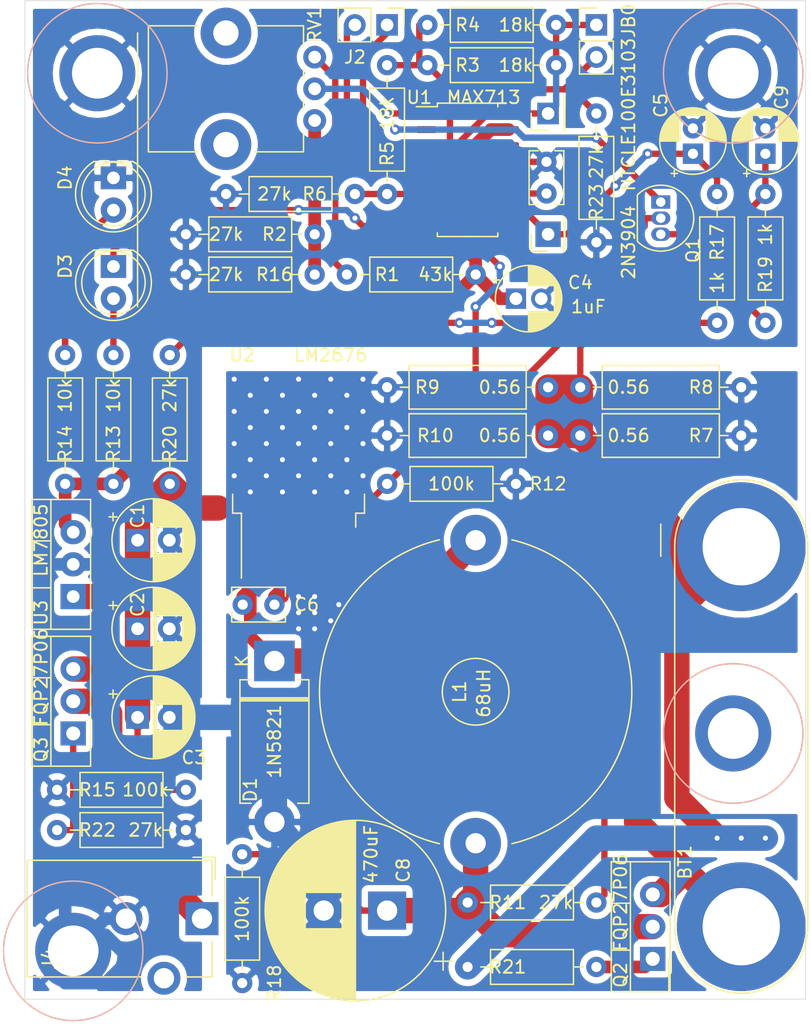
<source format=kicad_pcb>
(kicad_pcb (version 20171130) (host pcbnew "(5.1.5)-3")
  (layers (0 F.Cu signal) (31 B.Cu signal) (34 B.Paste user hide) (35 F.Paste user hide) (36 B.SilkS user hide) (37 F.SilkS user) (38 B.Mask user hide) (39 F.Mask user hide) (44 Edge.Cuts user))
  (net 0 "")
  (net 1 GND)
  (net 2 +5V)
  (net 3 "Net-(C6-Pad2)")
  (net 4 "Net-(C6-Pad1)")
  (net 5 /2V)
  (net 6 "Net-(R1-Pad2)")
  (net 7 /THI)
  (net 8 /TEMP)
  (net 9 /TLO)
  (net 10 /FEEDBACK)
  (net 11 /VCELL)
  (net 12 "Net-(U2-Pad5)")
  (net 13 "Net-(U2-Pad7)")
  (net 14 "Net-(R16-Pad1)")
  (net 15 -BATT)
  (net 16 +BATT)
  (net 17 /DC)
  (net 18 /FB_BATT-)
  (net 19 /CC)
  (net 20 /VBUCK)
  (net 21 GNDD)
  (net 22 /FB_BATT+)
  (net 23 /nFASTCHG)
  (net 24 /FASTCHG_LED)
  (net 25 /PWR_LED)
  (net 26 /PGM0)
  (net 27 /PGM1)
  (net 28 "Net-(NT3-Pad2)")
  (net 29 "Net-(NT2-Pad2)")
  (net 30 "Net-(J7-Pad1)")
  (net 31 "Net-(C9-Pad1)")
  (net 32 "Net-(Q1-Pad2)")
  (net 33 "Net-(J4-Pad1)")
  (net 34 "Net-(Q2-Pad1)")
  (net 35 "Net-(Q3-Pad1)")
  (module Connector:Banana_Jack_1Pin (layer B.Cu) (at 126.365 140.97)
    (fp_text reference J6 hide)
    (fp_text value Pad hide)
    (pad 1 thru_hole circle (at 0 0) (size 6 6) (drill 4) (layers *.Cu *.Mask) (net 1 GND))
  )
  (module Capacitor_THT:C_Rect_L4.0mm_W2.5mm_P2.50mm (layer F.Cu) (at 142.24 113.665 180)
    (fp_text reference C6 (at -2.54 0) (layer F.SilkS))
    (fp_text value 10nF)
    (pad 2 thru_hole circle (at 2.5 0 180) (size 1.6 1.6) (drill 0.8) (layers *.Cu *.Mask) (net 3 "Net-(C6-Pad2)"))
    (pad 1 thru_hole circle (at 0 0 180) (size 1.6 1.6) (drill 0.8) (layers *.Cu *.Mask) (net 4 "Net-(C6-Pad1)"))
  )
  (module NetTie:NetTie-2_SMD_Pad2.0mm (layer B.Cu) (at 137.795 122.555)
    (fp_text reference NT1 hide)
    (fp_text value Net-Tie hide)
    (fp_poly (pts (xy -2 1) (xy 2 1) (xy 2 -1) (xy -2 -1)) (layer B.Cu) (width 0))
    (pad 2 smd circle (at 2 0) (size 2 2) (layers B.Cu) (net 21 GNDD))
    (pad 1 smd circle (at -2 0) (size 2 2) (layers B.Cu) (net 1 GND))
  )
  (module Resistor_THT:R_Axial_DIN0207_L6.3mm_D2.5mm_P10.16mm_Horizontal (layer F.Cu) (at 145.415 84.455 180)
    (fp_text reference R2 (at 3.175 0 180) (layer F.SilkS))
    (fp_text value 27k (at 6.985 0) (layer F.SilkS))
    (pad 1 thru_hole circle (at 0 0 180) (size 1.6 1.6) (drill 0.8) (layers *.Cu *.Mask) (net 14 "Net-(R16-Pad1)"))
    (pad 2 thru_hole oval (at 10.16 0 180) (size 1.6 1.6) (drill 0.8) (layers *.Cu *.Mask) (net 1 GND))
  )
  (module Inductor_THT:L_Radial_D24.4mm_P23.90mm_muRATA_1400series (layer F.Cu) (at 158.115 108.585 270)
    (fp_text reference L1 (at 11.95 1.27 90) (layer F.SilkS))
    (fp_text value 68uH (at 12.065 -0.635 90) (layer F.SilkS))
    (pad 1 thru_hole circle (at 0 0 270) (size 4 4) (drill 1.6) (layers *.Cu *.Mask) (net 3 "Net-(C6-Pad2)"))
    (pad 2 thru_hole circle (at 23.9 0 270) (size 4 4) (drill 1.6) (layers *.Cu *.Mask) (net 20 /VBUCK))
  )
  (module Package_SO:SOIC-16_4.55x10.3mm_P1.27mm (layer F.Cu) (at 157.48 79.375)
    (fp_text reference U1 (at -3.81 -5.715 180) (layer F.SilkS))
    (fp_text value MAX713 (at 1.27 -5.715) (layer F.SilkS))
    (pad 1 smd roundrect (at -3.25 -4.445) (size 1.6 0.55) (layers F.Cu F.Paste F.Mask) (net 11 /VCELL))
    (pad 2 smd roundrect (at -3.25 -3.175) (size 1.6 0.55) (layers F.Cu F.Paste F.Mask) (net 22 /FB_BATT+))
    (pad 3 smd roundrect (at -3.25 -1.905) (size 1.6 0.55) (layers F.Cu F.Paste F.Mask) (net 26 /PGM0))
    (pad 4 smd roundrect (at -3.25 -0.635) (size 1.6 0.55) (layers F.Cu F.Paste F.Mask) (net 27 /PGM1))
    (pad 5 smd roundrect (at -3.25 0.635) (size 1.6 0.55) (layers F.Cu F.Paste F.Mask) (net 7 /THI))
    (pad 6 smd roundrect (at -3.25 1.905) (size 1.6 0.55) (layers F.Cu F.Paste F.Mask) (net 9 /TLO))
    (pad 7 smd roundrect (at -3.25 3.175) (size 1.6 0.55) (layers F.Cu F.Paste F.Mask) (net 8 /TEMP))
    (pad 8 smd roundrect (at -3.25 4.445) (size 1.6 0.55) (layers F.Cu F.Paste F.Mask) (net 23 /nFASTCHG))
    (pad 9 smd roundrect (at 3.25 4.445) (size 1.6 0.55) (layers F.Cu F.Paste F.Mask) (net 18 /FB_BATT-))
    (pad 10 smd roundrect (at 3.25 3.175) (size 1.6 0.55) (layers F.Cu F.Paste F.Mask) (net 18 /FB_BATT-))
    (pad 11 smd roundrect (at 3.25 1.905) (size 1.6 0.55) (layers F.Cu F.Paste F.Mask) (net 19 /CC))
    (pad 12 smd roundrect (at 3.25 0.635) (size 1.6 0.55) (layers F.Cu F.Paste F.Mask) (net 18 /FB_BATT-))
    (pad 13 smd roundrect (at 3.25 -0.635) (size 1.6 0.55) (layers F.Cu F.Paste F.Mask) (net 1 GND))
    (pad 14 smd roundrect (at 3.25 -1.905) (size 1.6 0.55) (layers F.Cu F.Paste F.Mask) (net 10 /FEEDBACK))
    (pad 15 smd roundrect (at 3.25 -3.175) (size 1.6 0.55) (layers F.Cu F.Paste F.Mask) (net 2 +5V))
    (pad 16 smd roundrect (at 3.25 -4.445) (size 1.6 0.55) (layers F.Cu F.Paste F.Mask) (net 5 /2V))
  )
  (module Capacitor_THT:C_Rect_L4.0mm_W2.5mm_P2.50mm (layer F.Cu) (at 163.703 81.24 90)
    (fp_text reference C7 hide)
    (fp_text value 10nF hide)
    (pad 2 thru_hole circle (at 2.5 0 90) (size 1.6 1.6) (drill 0.8) (layers *.Cu *.Mask) (net 1 GND))
    (pad 1 thru_hole circle (at 0 0 90) (size 1.6 1.6) (drill 0.8) (layers *.Cu *.Mask) (net 19 /CC))
  )
  (module Connector:Banana_Jack_2Pin (layer F.Cu) (at 179.07 139.065 90)
    (fp_text reference BT1 (at 5.08 -4.445 90) (layer F.SilkS))
    (fp_text value Battery)
    (pad 2 thru_hole circle (at 29.97 0 90) (size 10.16 10.16) (drill 6.1) (layers *.Cu *.Mask) (net 15 -BATT))
    (pad 1 thru_hole circle (at 0 0 90) (size 10.16 10.16) (drill 6.1) (layers *.Cu *.Mask) (net 16 +BATT))
  )
  (module Package_TO_SOT_THT:TO-220-3_Vertical (layer F.Cu) (at 126.365 113.03 90)
    (fp_text reference U3 (at -1.27 -2.54 90) (layer F.SilkS))
    (fp_text value LM7805 (at 4.445 -2.54 90) (layer F.SilkS))
    (pad 1 thru_hole rect (at 0 0 90) (size 2 2) (drill 1) (layers *.Cu *.Mask) (net 17 /DC))
    (pad 2 thru_hole oval (at 2.54 0 90) (size 1.905 2) (drill 1) (layers *.Cu *.Mask) (net 1 GND))
    (pad 3 thru_hole oval (at 5.08 0 90) (size 1.905 2) (drill 1) (layers *.Cu *.Mask) (net 2 +5V))
  )
  (module Connector_BarrelJack:BarrelJack_CUI_PJ-102AH_Horizontal (layer F.Cu) (at 136.525 138.43 270)
    (fp_text reference J4 (at 3.175 12.065 90) (layer F.SilkS))
    (fp_text value Barrel_Jack)
    (pad 1 thru_hole rect (at 0 0 270) (size 2.6 2.6) (drill 1.6) (layers *.Cu *.Mask) (net 33 "Net-(J4-Pad1)"))
    (pad 2 thru_hole circle (at 0 6 270) (size 2.6 2.6) (drill 1.6) (layers *.Cu *.Mask) (net 1 GND))
    (pad 3 thru_hole circle (at 4.7 3 270) (size 2.6 2.6) (drill 1.6) (layers *.Cu *.Mask))
  )
  (module Capacitor_THT:CP_Radial_D6.3mm_P2.50mm (layer F.Cu) (at 131.445 108.585)
    (fp_text reference C1 (at 0 -1.905 270) (layer F.SilkS))
    (fp_text value 10uF)
    (pad 1 thru_hole rect (at 0 0) (size 1.8 1.8) (drill 1) (layers *.Cu *.Mask) (net 17 /DC))
    (pad 2 thru_hole circle (at 2.5 0) (size 1.8 1.8) (drill 1) (layers *.Cu *.Mask) (net 1 GND))
  )
  (module Capacitor_THT:CP_Radial_D6.3mm_P2.50mm (layer F.Cu) (at 131.445 115.57)
    (fp_text reference C2 (at 0 -1.905 90) (layer F.SilkS))
    (fp_text value 10uF hide)
    (pad 2 thru_hole circle (at 2.5 0) (size 1.8 1.8) (drill 1) (layers *.Cu *.Mask) (net 1 GND))
    (pad 1 thru_hole rect (at 0 0) (size 1.8 1.8) (drill 1) (layers *.Cu *.Mask) (net 17 /DC))
  )
  (module Capacitor_THT:CP_Radial_D6.3mm_P2.50mm (layer F.Cu) (at 131.445 122.555)
    (fp_text reference C3 (at 4.445 3.175 180) (layer F.SilkS))
    (fp_text value 10uF)
    (pad 1 thru_hole rect (at 0 0) (size 1.8 1.8) (drill 1) (layers *.Cu *.Mask) (net 17 /DC))
    (pad 2 thru_hole circle (at 2.5 0) (size 1.8 1.8) (drill 1) (layers *.Cu *.Mask) (net 1 GND))
  )
  (module Capacitor_THT:CP_Radial_D5.0mm_P2.00mm (layer F.Cu) (at 161.29 89.535)
    (fp_text reference C4 (at 5.08 -1.27 180) (layer F.SilkS))
    (fp_text value 1uF (at 5.715 0.635 180) (layer F.SilkS))
    (pad 1 thru_hole rect (at 0 0) (size 1.6 1.6) (drill 1) (layers *.Cu *.Mask) (net 2 +5V))
    (pad 2 thru_hole circle (at 2 0) (size 1.6 1.6) (drill 1) (layers *.Cu *.Mask) (net 1 GND))
  )
  (module Capacitor_THT:CP_Radial_D14.0mm_P5.00mm (layer F.Cu) (at 151.13 137.795 180)
    (fp_text reference C8 (at -1.27 3.175 90) (layer F.SilkS))
    (fp_text value 470uF (at 1.27 4.445 90) (layer F.SilkS))
    (pad 1 thru_hole rect (at 0 0 180) (size 3 3) (drill 1.6) (layers *.Cu *.Mask) (net 20 /VBUCK))
    (pad 2 thru_hole circle (at 5 0 180) (size 3 3) (drill 1.6) (layers *.Cu *.Mask) (net 21 GNDD))
  )
  (module Diode_THT:D_DO-201AD_P12.70mm_Horizontal (layer F.Cu) (at 142.24 118.11 270)
    (fp_text reference D1 (at 10.16 1.905 90) (layer F.SilkS))
    (fp_text value 1N5821 (at 6.35 0 90) (layer F.SilkS))
    (fp_text user K (at 0 2.54 90) (layer F.SilkS))
    (pad 2 thru_hole oval (at 12.7 0 270) (size 3.2 3.2) (drill 1.6) (layers *.Cu *.Mask) (net 21 GNDD))
    (pad 1 thru_hole rect (at 0 0 270) (size 3.2 3.2) (drill 1.6) (layers *.Cu *.Mask) (net 3 "Net-(C6-Pad2)"))
  )
  (module LED_THT:LED_D5.0mm (layer F.Cu) (at 129.54 86.995 270)
    (fp_text reference D3 (at 0 3.81 90) (layer F.SilkS))
    (fp_text value LED)
    (pad 1 thru_hole rect (at 0 0 270) (size 1.8 2) (drill 1) (layers *.Cu *.Mask) (net 23 /nFASTCHG))
    (pad 2 thru_hole circle (at 2.54 0 270) (size 2 2) (drill 1) (layers *.Cu *.Mask) (net 24 /FASTCHG_LED))
  )
  (module LED_THT:LED_D5.0mm (layer F.Cu) (at 129.54 80.01 270)
    (fp_text reference D4 (at 0 3.81 90) (layer F.SilkS))
    (fp_text value LED)
    (pad 2 thru_hole circle (at 2.54 0 270) (size 2 2) (drill 1) (layers *.Cu *.Mask) (net 25 /PWR_LED))
    (pad 1 thru_hole rect (at 0 0 270) (size 1.8 2) (drill 1) (layers *.Cu *.Mask) (net 1 GND))
  )
  (module Connector_PinHeader_2.54mm:PinHeader_1x01_P2.54mm_Vertical (layer F.Cu) (at 163.83 74.93 90)
    (fp_text reference J1 hide)
    (fp_text value REF_OUT hide)
    (pad 1 thru_hole rect (at 0 0 90) (size 1.7 1.7) (drill 1) (layers *.Cu *.Mask) (net 5 /2V))
  )
  (module Connector_PinHeader_2.54mm:PinHeader_1x02_P2.54mm_Vertical (layer F.Cu) (at 151.13 67.945 270)
    (fp_text reference J2 (at 2.54 2.54) (layer F.SilkS))
    (fp_text value NCELL)
    (pad 1 thru_hole rect (at 0 0 270) (size 1.7 1.7) (drill 1) (layers *.Cu *.Mask) (net 26 /PGM0))
    (pad 2 thru_hole oval (at 0 2.54 270) (size 1.7 1.7) (drill 1) (layers *.Cu *.Mask) (net 27 /PGM1))
  )
  (module Connector_PinHeader_2.54mm:PinHeader_1x01_P2.54mm_Vertical (layer F.Cu) (at 163.83 84.455 90)
    (fp_text reference J3 hide)
    (fp_text value BATN_OUT hide)
    (pad 1 thru_hole rect (at 0 0 90) (size 2 2) (drill 1) (layers *.Cu *.Mask) (net 18 /FB_BATT-))
  )
  (module Package_TO_SOT_SMD:TO-263-7_TabPin8 (layer F.Cu) (at 144.145 103.505 90)
    (fp_text reference U2 (at 9.525 -4.445 180) (layer F.SilkS))
    (fp_text value LM2676 (at 9.525 2.54 180) (layer F.SilkS))
    (pad 1 smd rect (at -5.775 -3.81 90) (size 4.6 0.8) (layers F.Cu F.Paste F.Mask) (net 3 "Net-(C6-Pad2)"))
    (pad 2 smd rect (at -5.775 -2.54 90) (size 4.6 0.8) (layers F.Cu F.Paste F.Mask) (net 17 /DC))
    (pad 3 smd rect (at -5.775 -1.27 90) (size 4.6 0.8) (layers F.Cu F.Paste F.Mask) (net 4 "Net-(C6-Pad1)"))
    (pad 4 smd rect (at -5.775 0 90) (size 4.6 0.8) (layers F.Cu F.Paste F.Mask) (net 21 GNDD))
    (pad 5 smd rect (at -5.775 1.27 90) (size 4.6 0.8) (layers F.Cu F.Paste F.Mask) (net 12 "Net-(U2-Pad5)"))
    (pad 6 smd rect (at -5.775 2.54 90) (size 4.6 0.8) (layers F.Cu F.Paste F.Mask) (net 10 /FEEDBACK))
    (pad 7 smd rect (at -5.775 3.81 90) (size 4.6 0.8) (layers F.Cu F.Paste F.Mask) (net 13 "Net-(U2-Pad7)"))
    (pad 8 smd rect (at 3.375 0 90) (size 9.4 10.8) (layers F.Cu F.Mask) (net 21 GNDD))
  )
  (module Potentiometer_THT:Potentiometer_Bourns_PTV09A-1_Single_Vertical (layer F.Cu) (at 145.415 70.485 180)
    (fp_text reference RV1 (at 0 2.54 270) (layer F.SilkS))
    (fp_text value 10k)
    (pad 3 thru_hole circle (at 0 -5 180) (size 1.8 1.8) (drill 1) (layers *.Cu *.Mask) (net 14 "Net-(R16-Pad1)"))
    (pad 2 thru_hole circle (at 0 -2.5 180) (size 1.8 1.8) (drill 1) (layers *.Cu *.Mask) (net 11 /VCELL))
    (pad 1 thru_hole circle (at 0 0 180) (size 1.8 1.8) (drill 1) (layers *.Cu *.Mask) (net 6 "Net-(R1-Pad2)"))
    (pad "" thru_hole circle (at 7 -6.9 180) (size 4 4) (drill 2) (layers *.Cu *.Mask))
    (pad "" thru_hole circle (at 7 1.9 180) (size 4 4) (drill 2) (layers *.Cu *.Mask))
  )
  (module Connector:Banana_Jack_1Pin (layer B.Cu) (at 128.27 71.755)
    (fp_text reference J5 hide)
    (fp_text value Pad hide)
    (pad 1 thru_hole circle (at 0 0) (size 6 6) (drill 4) (layers *.Cu *.Mask) (net 1 GND))
  )
  (module Connector:Banana_Jack_1Pin (layer B.Cu) (at 178.435 123.825)
    (fp_text reference J7 hide)
    (fp_text value Pad hide)
    (pad 1 thru_hole circle (at 0 0) (size 6 6) (drill 4) (layers *.Cu *.Mask) (net 30 "Net-(J7-Pad1)"))
  )
  (module Resistor_THT:R_Axial_DIN0207_L6.3mm_D2.5mm_P10.16mm_Horizontal (layer F.Cu) (at 158.115 87.63 180)
    (fp_text reference R1 (at 6.985 0 180) (layer F.SilkS))
    (fp_text value 43k (at 3.175 0) (layer F.SilkS))
    (pad 2 thru_hole oval (at 10.16 0 180) (size 1.6 1.6) (drill 0.8) (layers *.Cu *.Mask) (net 6 "Net-(R1-Pad2)"))
    (pad 1 thru_hole circle (at 0 0 180) (size 1.6 1.6) (drill 0.8) (layers *.Cu *.Mask) (net 2 +5V))
  )
  (module Resistor_THT:R_Axial_DIN0207_L6.3mm_D2.5mm_P10.16mm_Horizontal (layer F.Cu) (at 164.465 71.12 180)
    (fp_text reference R3 (at 6.985 0) (layer F.SilkS))
    (fp_text value 18k (at 3.175 0) (layer F.SilkS))
    (pad 1 thru_hole circle (at 0 0 180) (size 1.6 1.6) (drill 0.8) (layers *.Cu *.Mask) (net 5 /2V))
    (pad 2 thru_hole oval (at 10.16 0 180) (size 1.6 1.6) (drill 0.8) (layers *.Cu *.Mask) (net 7 /THI))
  )
  (module Resistor_THT:R_Axial_DIN0207_L6.3mm_D2.5mm_P10.16mm_Horizontal (layer F.Cu) (at 154.305 67.945)
    (fp_text reference R4 (at 3.175 0) (layer F.SilkS))
    (fp_text value 18k (at 6.985 0) (layer F.SilkS))
    (pad 2 thru_hole oval (at 10.16 0) (size 1.6 1.6) (drill 0.8) (layers *.Cu *.Mask) (net 5 /2V))
    (pad 1 thru_hole circle (at 0 0) (size 1.6 1.6) (drill 0.8) (layers *.Cu *.Mask) (net 7 /THI))
  )
  (module Resistor_THT:R_Axial_DIN0207_L6.3mm_D2.5mm_P10.16mm_Horizontal (layer F.Cu) (at 151.13 81.28 90)
    (fp_text reference R5 (at 3.175 0 90) (layer F.SilkS))
    (fp_text value 18k (at 6.35 0 90) (layer F.SilkS))
    (pad 1 thru_hole circle (at 0 0 90) (size 1.6 1.6) (drill 0.8) (layers *.Cu *.Mask) (net 9 /TLO))
    (pad 2 thru_hole oval (at 10.16 0 90) (size 1.6 1.6) (drill 0.8) (layers *.Cu *.Mask) (net 7 /THI))
  )
  (module Resistor_THT:R_Axial_DIN0207_L6.3mm_D2.5mm_P10.16mm_Horizontal (layer F.Cu) (at 148.59 81.28 180)
    (fp_text reference R6 (at 3.175 0) (layer F.SilkS))
    (fp_text value 27k (at 6.35 0) (layer F.SilkS))
    (pad 2 thru_hole oval (at 10.16 0 180) (size 1.6 1.6) (drill 0.8) (layers *.Cu *.Mask) (net 1 GND))
    (pad 1 thru_hole circle (at 0 0 180) (size 1.6 1.6) (drill 0.8) (layers *.Cu *.Mask) (net 9 /TLO))
  )
  (module Resistor_THT:R_Axial_DIN0309_L9.0mm_D3.2mm_P12.70mm_Horizontal (layer F.Cu) (at 166.37 100.33)
    (fp_text reference R7 (at 9.525 0) (layer F.SilkS))
    (fp_text value 0.56 (at 3.81 0) (layer F.SilkS))
    (pad 1 thru_hole circle (at 0 0) (size 1.6 1.6) (drill 0.8) (layers *.Cu *.Mask) (net 15 -BATT))
    (pad 2 thru_hole oval (at 12.7 0) (size 1.6 1.6) (drill 0.8) (layers *.Cu *.Mask) (net 21 GNDD))
  )
  (module Resistor_THT:R_Axial_DIN0309_L9.0mm_D3.2mm_P12.70mm_Horizontal (layer F.Cu) (at 166.37 96.52)
    (fp_text reference R8 (at 9.525 0) (layer F.SilkS))
    (fp_text value 0.56 (at 3.81 0) (layer F.SilkS))
    (pad 2 thru_hole oval (at 12.7 0) (size 1.6 1.6) (drill 0.8) (layers *.Cu *.Mask) (net 21 GNDD))
    (pad 1 thru_hole circle (at 0 0) (size 1.6 1.6) (drill 0.8) (layers *.Cu *.Mask) (net 15 -BATT))
  )
  (module Resistor_THT:R_Axial_DIN0309_L9.0mm_D3.2mm_P12.70mm_Horizontal (layer F.Cu) (at 163.83 96.52 180)
    (fp_text reference R9 (at 9.525 0) (layer F.SilkS))
    (fp_text value 0.56 (at 3.81 0) (layer F.SilkS))
    (pad 1 thru_hole circle (at 0 0 180) (size 1.6 1.6) (drill 0.8) (layers *.Cu *.Mask) (net 15 -BATT))
    (pad 2 thru_hole oval (at 12.7 0 180) (size 1.6 1.6) (drill 0.8) (layers *.Cu *.Mask) (net 21 GNDD))
  )
  (module Resistor_THT:R_Axial_DIN0309_L9.0mm_D3.2mm_P12.70mm_Horizontal (layer F.Cu) (at 163.83 100.33 180)
    (fp_text reference R10 (at 8.89 0) (layer F.SilkS))
    (fp_text value 0.56 (at 3.81 0) (layer F.SilkS))
    (pad 2 thru_hole oval (at 12.7 0 180) (size 1.6 1.6) (drill 0.8) (layers *.Cu *.Mask) (net 21 GNDD))
    (pad 1 thru_hole circle (at 0 0 180) (size 1.6 1.6) (drill 0.8) (layers *.Cu *.Mask) (net 15 -BATT))
  )
  (module Resistor_THT:R_Axial_DIN0207_L6.3mm_D2.5mm_P10.16mm_Horizontal (layer F.Cu) (at 167.64 137.16 180)
    (fp_text reference R11 (at 6.985 0) (layer F.SilkS))
    (fp_text value 27k (at 3.175 0) (layer F.SilkS))
    (pad 2 thru_hole oval (at 10.16 0 180) (size 1.6 1.6) (drill 0.8) (layers *.Cu *.Mask) (net 20 /VBUCK))
    (pad 1 thru_hole circle (at 0 0 180) (size 1.6 1.6) (drill 0.8) (layers *.Cu *.Mask) (net 10 /FEEDBACK))
  )
  (module Resistor_THT:R_Axial_DIN0207_L6.3mm_D2.5mm_P10.16mm_Horizontal (layer F.Cu) (at 151.13 104.14)
    (fp_text reference R12 (at 12.7 0) (layer F.SilkS))
    (fp_text value 100k (at 5.08 0) (layer F.SilkS))
    (pad 1 thru_hole circle (at 0 0) (size 1.6 1.6) (drill 0.8) (layers *.Cu *.Mask) (net 10 /FEEDBACK))
    (pad 2 thru_hole oval (at 10.16 0) (size 1.6 1.6) (drill 0.8) (layers *.Cu *.Mask) (net 21 GNDD))
  )
  (module Resistor_THT:R_Axial_DIN0207_L6.3mm_D2.5mm_P10.16mm_Horizontal (layer F.Cu) (at 129.54 93.98 270)
    (fp_text reference R13 (at 6.985 0 90) (layer F.SilkS))
    (fp_text value 10k (at 3.175 0 90) (layer F.SilkS))
    (pad 1 thru_hole circle (at 0 0 270) (size 1.6 1.6) (drill 0.8) (layers *.Cu *.Mask) (net 24 /FASTCHG_LED))
    (pad 2 thru_hole oval (at 10.16 0 270) (size 1.6 1.6) (drill 0.8) (layers *.Cu *.Mask) (net 2 +5V))
  )
  (module Resistor_THT:R_Axial_DIN0207_L6.3mm_D2.5mm_P10.16mm_Horizontal (layer F.Cu) (at 125.73 93.98 270)
    (fp_text reference R14 (at 6.985 0 90) (layer F.SilkS))
    (fp_text value 10k (at 3.175 0 90) (layer F.SilkS))
    (pad 2 thru_hole oval (at 10.16 0 270) (size 1.6 1.6) (drill 0.8) (layers *.Cu *.Mask) (net 2 +5V))
    (pad 1 thru_hole circle (at 0 0 270) (size 1.6 1.6) (drill 0.8) (layers *.Cu *.Mask) (net 25 /PWR_LED))
  )
  (module Capacitor_THT:CP_Radial_D5.0mm_P2.00mm (layer F.Cu) (at 175.26 78.105 90)
    (fp_text reference C5 (at 3.81 -2.54 90) (layer F.SilkS))
    (fp_text value 1uF)
    (pad 1 thru_hole rect (at 0 0 90) (size 1.6 1.6) (drill 0.8) (layers *.Cu *.Mask) (net 18 /FB_BATT-))
    (pad 2 thru_hole circle (at 2 0 90) (size 1.6 1.6) (drill 0.8) (layers *.Cu *.Mask) (net 1 GND))
  )
  (module Resistor_THT:R_Axial_DIN0207_L6.3mm_D2.5mm_P10.16mm_Horizontal (layer F.Cu) (at 125.095 128.27)
    (fp_text reference R15 (at 3.175 0 180) (layer F.SilkS))
    (fp_text value 100k (at 6.985 0) (layer F.SilkS))
    (pad 2 thru_hole oval (at 10.16 0) (size 1.6 1.6) (drill 0.8) (layers *.Cu *.Mask) (net 17 /DC))
    (pad 1 thru_hole circle (at 0 0) (size 1.6 1.6) (drill 0.8) (layers *.Cu *.Mask) (net 1 GND))
  )
  (module Resistor_THT:R_Axial_DIN0207_L6.3mm_D2.5mm_P10.16mm_Horizontal (layer F.Cu) (at 145.415 87.63 180)
    (fp_text reference R16 (at 3.175 0) (layer F.SilkS))
    (fp_text value 27k (at 6.985 0) (layer F.SilkS))
    (pad 1 thru_hole circle (at 0 0 180) (size 1.6 1.6) (drill 0.8) (layers *.Cu *.Mask) (net 14 "Net-(R16-Pad1)"))
    (pad 2 thru_hole oval (at 10.16 0 180) (size 1.6 1.6) (drill 0.8) (layers *.Cu *.Mask) (net 1 GND))
  )
  (module Resistor_THT:R_Axial_DIN0207_L6.3mm_D2.5mm_P10.16mm_Horizontal (layer F.Cu) (at 177.165 81.28 270)
    (fp_text reference R17 (at 3.81 0 90) (layer F.SilkS))
    (fp_text value 1k (at 6.985 0 90) (layer F.SilkS))
    (pad 2 thru_hole oval (at 10.16 0 270) (size 1.6 1.6) (drill 0.8) (layers *.Cu *.Mask) (net 28 "Net-(NT3-Pad2)"))
    (pad 1 thru_hole circle (at 0 0 270) (size 1.6 1.6) (drill 0.8) (layers *.Cu *.Mask) (net 18 /FB_BATT-))
  )
  (module Resistor_THT:R_Axial_DIN0207_L6.3mm_D2.5mm_P10.16mm_Horizontal (layer F.Cu) (at 139.7 143.51 90)
    (fp_text reference R18 (at 0 2.54 90) (layer F.SilkS))
    (fp_text value 100k (at 5.08 0 90) (layer F.SilkS))
    (pad 1 thru_hole circle (at 0 0 90) (size 1.6 1.6) (drill 0.8) (layers *.Cu *.Mask) (net 21 GNDD))
    (pad 2 thru_hole oval (at 10.16 0 90) (size 1.6 1.6) (drill 0.8) (layers *.Cu *.Mask) (net 20 /VBUCK))
  )
  (module Capacitor_THT:CP_Radial_D5.0mm_P2.00mm (layer F.Cu) (at 180.975 78.105 90)
    (fp_text reference C9 (at 4.445 1.27 90) (layer F.SilkS))
    (fp_text value 1uF)
    (pad 1 thru_hole rect (at 0 0 90) (size 1.6 1.6) (drill 0.8) (layers *.Cu *.Mask) (net 31 "Net-(C9-Pad1)"))
    (pad 2 thru_hole circle (at 2 0 90) (size 1.6 1.6) (drill 0.8) (layers *.Cu *.Mask) (net 1 GND))
  )
  (module Connector:Banana_Jack_1Pin (layer B.Cu) (at 178.435 71.755)
    (fp_text reference J8 (at 0 0) (layer B.SilkS) (effects (justify mirror)))
    (fp_text value Pad)
    (pad 1 thru_hole circle (at 0 0) (size 6 6) (drill 4) (layers *.Cu *.Mask) (net 1 GND))
  )
  (module Resistor_THT:R_Axial_DIN0207_L6.3mm_D2.5mm_P10.16mm_Horizontal (layer F.Cu) (at 180.975 81.28 270)
    (fp_text reference R19 (at 6.35 0 270) (layer F.SilkS))
    (fp_text value 1k (at 3.175 0 90) (layer F.SilkS))
    (pad 1 thru_hole circle (at 0 0 270) (size 1.6 1.6) (drill 0.8) (layers *.Cu *.Mask) (net 31 "Net-(C9-Pad1)"))
    (pad 2 thru_hole oval (at 10.16 0 270) (size 1.6 1.6) (drill 0.8) (layers *.Cu *.Mask) (net 29 "Net-(NT2-Pad2)"))
  )
  (module NetTie:NetTie-2_SMD_Pad0.5mm (layer F.Cu) (at 164.465 103.505 90)
    (fp_text reference NT2 hide)
    (fp_text value Net-Tie hide)
    (fp_poly (pts (xy -0.5 -0.25) (xy 0.5 -0.25) (xy 0.5 0.25) (xy -0.5 0.25)) (layer F.Cu) (width 0))
    (pad 2 smd circle (at 0.5 0 90) (size 0.5 0.5) (layers F.Cu) (net 29 "Net-(NT2-Pad2)"))
    (pad 1 smd circle (at -0.5 0 90) (size 0.5 0.5) (layers F.Cu) (net 16 +BATT))
  )
  (module NetTie:NetTie-2_SMD_Pad0.5mm (layer F.Cu) (at 166.37 95.25 90)
    (fp_text reference NT3 hide)
    (fp_text value Net-Tie hide)
    (fp_poly (pts (xy -0.5 -0.25) (xy 0.5 -0.25) (xy 0.5 0.25) (xy -0.5 0.25)) (layer F.Cu) (width 0))
    (pad 1 smd circle (at -0.5 0 90) (size 0.5 0.5) (layers F.Cu) (net 15 -BATT))
    (pad 2 smd circle (at 0.5 0 90) (size 0.5 0.5) (layers F.Cu) (net 28 "Net-(NT3-Pad2)"))
  )
  (module Package_TO_SOT_THT:TO-92_Inline (layer F.Cu) (at 172.72 81.915 270)
    (fp_text reference Q1 (at 3.81 -2.54 90) (layer F.SilkS))
    (fp_text value 2N3904 (at 3.175 2.54 90) (layer F.SilkS))
    (pad 2 thru_hole oval (at 1.27 0 270) (size 1.05 1.5) (drill 0.75) (layers *.Cu *.Mask) (net 32 "Net-(Q1-Pad2)"))
    (pad 3 thru_hole oval (at 2.54 0 270) (size 1.05 1.5) (drill 0.75) (layers *.Cu *.Mask) (net 31 "Net-(C9-Pad1)"))
    (pad 1 thru_hole rect (at 0 0 270) (size 1.05 1.5) (drill 0.75) (layers *.Cu *.Mask) (net 22 /FB_BATT+))
  )
  (module Resistor_THT:R_Axial_DIN0207_L6.3mm_D2.5mm_P10.16mm_Horizontal (layer F.Cu) (at 133.985 93.98 270)
    (fp_text reference R20 (at 6.985 0 90) (layer F.SilkS))
    (fp_text value 27k (at 3.175 0 90) (layer F.SilkS))
    (pad 1 thru_hole circle (at 0 0 270) (size 1.6 1.6) (drill 0.8) (layers *.Cu *.Mask) (net 32 "Net-(Q1-Pad2)"))
    (pad 2 thru_hole oval (at 10.16 0 270) (size 1.6 1.6) (drill 0.8) (layers *.Cu *.Mask) (net 17 /DC))
  )
  (module Package_TO_SOT_THT:TO-220-3_Vertical (layer F.Cu) (at 172.085 141.605 90)
    (fp_text reference Q2 (at -1.27 -2.54 90) (layer F.SilkS))
    (fp_text value FQP27P06 (at 4.445 -2.54 90) (layer F.SilkS))
    (pad 3 thru_hole oval (at 5.08 0 90) (size 1.905 2) (drill 1.1) (layers *.Cu *.Mask) (net 16 +BATT))
    (pad 2 thru_hole oval (at 2.54 0 90) (size 1.905 2) (drill 1.1) (layers *.Cu *.Mask) (net 20 /VBUCK))
    (pad 1 thru_hole rect (at 0 0 90) (size 1.905 2) (drill 1.1) (layers *.Cu *.Mask) (net 34 "Net-(Q2-Pad1)"))
  )
  (module Package_TO_SOT_THT:TO-220-3_Vertical (layer F.Cu) (at 126.365 123.825 90)
    (fp_text reference Q3 (at -1.27 -2.54 90) (layer F.SilkS))
    (fp_text value FQP27P06 (at 4.445 -2.54 90) (layer F.SilkS))
    (pad 1 thru_hole rect (at 0 0 90) (size 1.905 2) (drill 1.1) (layers *.Cu *.Mask) (net 35 "Net-(Q3-Pad1)"))
    (pad 2 thru_hole oval (at 2.54 0 90) (size 1.905 2) (drill 1.1) (layers *.Cu *.Mask) (net 33 "Net-(J4-Pad1)"))
    (pad 3 thru_hole oval (at 5.08 0 90) (size 1.905 2) (drill 1.1) (layers *.Cu *.Mask) (net 17 /DC))
  )
  (module Resistor_THT:R_Axial_DIN0207_L6.3mm_D2.5mm_P10.16mm_Horizontal (layer F.Cu) (at 157.48 142.24)
    (fp_text reference R21 (at 3.175 0) (layer F.SilkS))
    (fp_text value 27k)
    (pad 1 thru_hole circle (at 0 0) (size 1.6 1.6) (drill 0.8) (layers *.Cu *.Mask) (net 15 -BATT))
    (pad 2 thru_hole oval (at 10.16 0) (size 1.6 1.6) (drill 0.8) (layers *.Cu *.Mask) (net 34 "Net-(Q2-Pad1)"))
  )
  (module Resistor_THT:R_Axial_DIN0207_L6.3mm_D2.5mm_P10.16mm_Horizontal (layer F.Cu) (at 135.255 131.445 180)
    (fp_text reference R22 (at 6.985 0 180) (layer F.SilkS))
    (fp_text value 27k (at 3.175 0 180) (layer F.SilkS))
    (pad 2 thru_hole oval (at 10.16 0 180) (size 1.6 1.6) (drill 0.8) (layers *.Cu *.Mask) (net 35 "Net-(Q3-Pad1)"))
    (pad 1 thru_hole circle (at 0 0 180) (size 1.6 1.6) (drill 0.8) (layers *.Cu *.Mask) (net 1 GND))
  )
  (module Resistor_THT:R_Axial_DIN0207_L6.3mm_D2.5mm_P10.16mm_Horizontal (layer F.Cu) (at 167.64 74.93 270)
    (fp_text reference R23 (at 6.985 0 90) (layer F.SilkS))
    (fp_text value 27k (at 3.81 0 90) (layer F.SilkS))
    (pad 1 thru_hole circle (at 0 0 270) (size 1.6 1.6) (drill 0.8) (layers *.Cu *.Mask) (net 8 /TEMP))
    (pad 2 thru_hole oval (at 10.16 0 270) (size 1.6 1.6) (drill 0.8) (layers *.Cu *.Mask) (net 1 GND))
  )
  (module Connector_PinHeader_2.54mm:PinHeader_1x02_P2.54mm_Vertical (layer F.Cu) (at 167.64 67.945)
    (fp_text reference TH1 hide)
    (fp_text value NTCLE100E3103JB0 (at 2.54 5.715 90) (layer F.SilkS))
    (pad 1 thru_hole rect (at 0 0) (size 1.7 1.7) (drill 1) (layers *.Cu *.Mask) (net 5 /2V))
    (pad 2 thru_hole oval (at 0 2.54) (size 1.7 1.7) (drill 1) (layers *.Cu *.Mask) (net 8 /TEMP))
  )
  (gr_line (start 131.445 90.17) (end 131.445 68.58) (layer F.SilkS) (width 0.12))
  (gr_line (start 172.72 107.315) (end 172.72 109.855) (layer F.SilkS) (width 0.12))
  (gr_line (start 173.355 141.605) (end 173.355 144.145) (layer F.SilkS) (width 0.12))
  (gr_line (start 122.555 144.78) (end 122.555 144.145) (layer Edge.Cuts) (width 0.05))
  (gr_line (start 184.15 144.78) (end 122.555 144.78) (layer Edge.Cuts) (width 0.05))
  (gr_line (start 184.15 144.145) (end 184.15 144.78) (layer Edge.Cuts) (width 0.05))
  (gr_line (start 122.555 66.04) (end 122.555 144.145) (layer Edge.Cuts) (width 0.05))
  (gr_line (start 184.15 66.04) (end 122.555 66.04) (layer Edge.Cuts) (width 0.05))
  (gr_line (start 184.15 144.145) (end 184.15 66.04) (layer Edge.Cuts) (width 0.05))
  (segment (start 163.275 78.74) (end 163.83 78.185) (width 0.5) (layer F.Cu) (net 1))
  (segment (start 160.73 78.74) (end 163.275 78.74) (width 0.5) (layer F.Cu) (net 1))
  (segment (start 133.945 122.555) (end 134.525 122.555) (width 1) (layer B.Cu) (net 1))
  (segment (start 128.905 139.7) (end 130.81 141.605) (width 1) (layer B.Cu) (net 1))
  (segment (start 125.73 139.7) (end 128.905 139.7) (width 1) (layer B.Cu) (net 1))
  (segment (start 128.905 143.51) (end 130.81 141.605) (width 1) (layer B.Cu) (net 1))
  (segment (start 125.73 143.51) (end 128.905 143.51) (width 1) (layer B.Cu) (net 1))
  (segment (start 133.945 122.555) (end 135.795 122.555) (width 1) (layer B.Cu) (net 1))
  (segment (start 133.945 115.57) (end 133.945 122.555) (width 1) (layer B.Cu) (net 1))
  (segment (start 133.945 128.025) (end 130.525 131.445) (width 1) (layer B.Cu) (net 1))
  (segment (start 125.73 136.24) (end 130.525 131.445) (width 1) (layer B.Cu) (net 1))
  (segment (start 125.73 139.7) (end 125.73 136.24) (width 1) (layer B.Cu) (net 1))
  (segment (start 125.73 139.7) (end 125.73 143.51) (width 1) (layer B.Cu) (net 1))
  (segment (start 133.945 115.57) (end 133.945 108.585) (width 1) (layer B.Cu) (net 1))
  (segment (start 126.365 110.49) (end 128.365 110.49) (width 1) (layer B.Cu) (net 1))
  (segment (start 128.365 110.49) (end 124.46 110.49) (width 1) (layer B.Cu) (net 1))
  (segment (start 133.945 108.585) (end 133.945 106.72) (width 1) (layer B.Cu) (net 1))
  (segment (start 128.905 138.43) (end 126.365 140.97) (width 1) (layer B.Cu) (net 1))
  (segment (start 130.525 138.43) (end 128.905 138.43) (width 1) (layer B.Cu) (net 1))
  (segment (start 135.795 120.555) (end 135.89 120.65) (width 1) (layer B.Cu) (net 1))
  (segment (start 135.89 120.65) (end 135.89 124.46) (width 1) (layer B.Cu) (net 1))
  (segment (start 135.795 122.555) (end 134.62 121.38) (width 1) (layer B.Cu) (net 1))
  (segment (start 135.16 121.38) (end 135.255 121.285) (width 1) (layer B.Cu) (net 1))
  (segment (start 134.62 121.38) (end 135.16 121.38) (width 1) (layer B.Cu) (net 1))
  (segment (start 135.255 121.285) (end 135.795 120.555) (width 1) (layer B.Cu) (net 1))
  (segment (start 135.795 122.555) (end 135.795 123.285) (width 1) (layer B.Cu) (net 1))
  (segment (start 135.795 123.285) (end 135.7 123.19) (width 1) (layer B.Cu) (net 1))
  (segment (start 135.7 123.19) (end 134.62 123.19) (width 1) (layer B.Cu) (net 1))
  (segment (start 134.62 123.19) (end 135.255 123.825) (width 1) (layer B.Cu) (net 1))
  (segment (start 135.255 123.825) (end 133.985 123.825) (width 1) (layer B.Cu) (net 1))
  (segment (start 133.945 122.555) (end 133.985 123.825) (width 1) (layer B.Cu) (net 1))
  (segment (start 133.985 123.825) (end 133.945 128.025) (width 1) (layer B.Cu) (net 1))
  (segment (start 125.73 107.315) (end 126.365 107.95) (width 1) (layer F.Cu) (net 2))
  (segment (start 125.73 104.14) (end 125.73 107.315) (width 1) (layer F.Cu) (net 2))
  (segment (start 125.73 104.14) (end 129.54 104.14) (width 1) (layer F.Cu) (net 2))
  (segment (start 160.02 89.535) (end 158.115 87.63) (width 1) (layer F.Cu) (net 2))
  (segment (start 160.655 89.535) (end 160.02 89.535) (width 1) (layer F.Cu) (net 2))
  (segment (start 131.445 102.235) (end 129.54 104.14) (width 1) (layer F.Cu) (net 2))
  (segment (start 156.21 89.535) (end 135.255 89.535) (width 1) (layer F.Cu) (net 2))
  (segment (start 131.445 93.345) (end 131.445 102.235) (width 1) (layer F.Cu) (net 2))
  (segment (start 135.255 89.535) (end 131.445 93.345) (width 1) (layer F.Cu) (net 2))
  (segment (start 158.115 87.63) (end 156.21 89.535) (width 1) (layer F.Cu) (net 2))
  (segment (start 158.115 86.433517) (end 158.115 87.63) (width 1) (layer F.Cu) (net 2))
  (segment (start 157.73498 86.053497) (end 158.115 86.433517) (width 1) (layer F.Cu) (net 2))
  (segment (start 157.73498 77.776503) (end 157.73498 86.053497) (width 1) (layer F.Cu) (net 2))
  (segment (start 159.311483 76.2) (end 157.73498 77.776503) (width 1) (layer F.Cu) (net 2))
  (segment (start 160.73 76.2) (end 159.311483 76.2) (width 1) (layer F.Cu) (net 2))
  (segment (start 148.59 118.11) (end 158.115 108.585) (width 2) (layer F.Cu) (net 3))
  (segment (start 142.24 118.11) (end 146.05 118.11) (width 2) (layer F.Cu) (net 3))
  (segment (start 146.05 118.11) (end 148.59 118.11) (width 2) (layer F.Cu) (net 3))
  (segment (start 140.335 112.435) (end 139.74 113.03) (width 1) (layer F.Cu) (net 3))
  (segment (start 140.335 109.28) (end 140.335 113.07) (width 1) (layer F.Cu) (net 3))
  (segment (start 140.335 116.205) (end 142.24 118.11) (width 1) (layer F.Cu) (net 3))
  (segment (start 140.335 109.28) (end 140.335 116.205) (width 1) (layer F.Cu) (net 3))
  (segment (start 142.875 112.395) (end 142.24 113.03) (width 1) (layer F.Cu) (net 4))
  (segment (start 142.875 109.28) (end 142.875 113.03) (width 1) (layer F.Cu) (net 4))
  (segment (start 160.73 74.93) (end 163.83 74.93) (width 0.5) (layer F.Cu) (net 5))
  (segment (start 167.64 67.945) (end 164.465 67.945) (width 0.5) (layer F.Cu) (net 5))
  (segment (start 164.465 71.12) (end 164.465 67.945) (width 0.5) (layer F.Cu) (net 5))
  (segment (start 164.465 74.295) (end 163.83 74.93) (width 0.5) (layer B.Cu) (net 5))
  (segment (start 164.465 71.12) (end 164.465 74.295) (width 0.5) (layer B.Cu) (net 5))
  (segment (start 147.155001 86.830001) (end 147.955 87.63) (width 0.5) (layer F.Cu) (net 6))
  (segment (start 147.039991 86.714991) (end 147.155001 86.830001) (width 0.5) (layer F.Cu) (net 6))
  (segment (start 147.039991 72.109991) (end 147.039991 86.714991) (width 0.5) (layer F.Cu) (net 6))
  (segment (start 145.415 70.485) (end 147.039991 72.109991) (width 0.5) (layer F.Cu) (net 6))
  (segment (start 151.13 71.12) (end 153.67 71.12) (width 0.5) (layer F.Cu) (net 7))
  (segment (start 153.67 67.945) (end 153.67 71.12) (width 0.5) (layer F.Cu) (net 7))
  (segment (start 155.03 80.01) (end 156.084961 78.955039) (width 0.5) (layer F.Cu) (net 7))
  (segment (start 154.23 80.01) (end 155.03 80.01) (width 0.5) (layer F.Cu) (net 7))
  (segment (start 156.084961 72.899961) (end 154.305 71.12) (width 0.5) (layer F.Cu) (net 7))
  (segment (start 156.084961 78.955039) (end 156.084961 72.899961) (width 0.5) (layer F.Cu) (net 7))
  (segment (start 155.575 82.55) (end 154.23 82.55) (width 0.5) (layer F.Cu) (net 8))
  (segment (start 165.735 73.025) (end 165.1 73.025) (width 0.5) (layer F.Cu) (net 8))
  (segment (start 167.64 74.93) (end 165.735 73.025) (width 0.5) (layer F.Cu) (net 8))
  (segment (start 167.64 70.485) (end 167.005 71.12) (width 0.5) (layer F.Cu) (net 8))
  (segment (start 165.735 72.39) (end 165.735 73.025) (width 0.5) (layer F.Cu) (net 8))
  (segment (start 165.735 72.39) (end 165.1 73.025) (width 0.5) (layer F.Cu) (net 8))
  (segment (start 167.005 71.12) (end 165.735 72.39) (width 0.5) (layer F.Cu) (net 8))
  (segment (start 155.575 82.55) (end 156.784971 81.340029) (width 0.5) (layer F.Cu) (net 8))
  (segment (start 161.004134 73.025) (end 161.29 73.025) (width 0.5) (layer F.Cu) (net 8))
  (segment (start 156.784971 77.244163) (end 161.004134 73.025) (width 0.5) (layer F.Cu) (net 8))
  (segment (start 156.784971 81.340029) (end 156.784971 77.244163) (width 0.5) (layer F.Cu) (net 8))
  (segment (start 165.1 73.025) (end 161.29 73.025) (width 0.5) (layer F.Cu) (net 8))
  (segment (start 151.13 81.28) (end 154.305 81.28) (width 0.5) (layer F.Cu) (net 9))
  (segment (start 151.13 81.28) (end 148.59 81.28) (width 0.5) (layer F.Cu) (net 9))
  (segment (start 159.385 77.47) (end 160.73 77.47) (width 0.5) (layer F.Cu) (net 10))
  (segment (start 158.68499 78.17001) (end 159.385 77.47) (width 0.5) (layer F.Cu) (net 10))
  (segment (start 158.68499 85.65999) (end 158.68499 78.17001) (width 0.5) (layer F.Cu) (net 10))
  (via (at 160.02 86.995) (size 0.8) (drill 0.4) (layers F.Cu B.Cu) (net 10))
  (segment (start 158.68499 85.65999) (end 160.02 86.995) (width 0.5) (layer F.Cu) (net 10))
  (via (at 158.115 90.17) (size 0.8) (drill 0.4) (layers F.Cu B.Cu) (net 10))
  (segment (start 160.02 86.995) (end 160.02 88.265) (width 0.5) (layer B.Cu) (net 10))
  (segment (start 160.02 88.265) (end 158.115 90.17) (width 0.5) (layer B.Cu) (net 10))
  (segment (start 168.275 113.665) (end 168.275 136.525) (width 0.5) (layer F.Cu) (net 10))
  (segment (start 168.275 136.525) (end 167.64 137.16) (width 0.5) (layer F.Cu) (net 10))
  (segment (start 158.75 104.14) (end 168.275 113.665) (width 0.5) (layer F.Cu) (net 10))
  (segment (start 156.21 101.6) (end 154.94 100.33) (width 0.5) (layer F.Cu) (net 10))
  (segment (start 154.94 100.33) (end 151.13 104.14) (width 0.5) (layer F.Cu) (net 10))
  (segment (start 158.75 104.14) (end 156.21 101.6) (width 0.5) (layer F.Cu) (net 10))
  (segment (start 146.685 107.039998) (end 147.679998 106.045) (width 0.5) (layer F.Cu) (net 10))
  (segment (start 146.685 109.28) (end 146.685 107.039998) (width 0.5) (layer F.Cu) (net 10))
  (segment (start 149.225 106.045) (end 151.13 104.14) (width 0.5) (layer F.Cu) (net 10))
  (segment (start 147.679998 106.045) (end 149.225 106.045) (width 0.5) (layer F.Cu) (net 10))
  (segment (start 158.115 97.155) (end 158.115 90.17) (width 0.5) (layer F.Cu) (net 10))
  (segment (start 154.94 100.33) (end 158.115 97.155) (width 0.5) (layer F.Cu) (net 10))
  (segment (start 154.23 74.93) (end 154.94 74.93) (width 0.5) (layer F.Cu) (net 11))
  (segment (start 154.23 74.93) (end 153.035 74.93) (width 0.5) (layer F.Cu) (net 11))
  (via (at 151.13 74.93) (size 0.8) (drill 0.4) (layers F.Cu B.Cu) (net 11))
  (segment (start 145.415 72.985) (end 149.185 72.985) (width 0.5) (layer B.Cu) (net 11))
  (segment (start 149.185 72.985) (end 151.13 74.93) (width 0.5) (layer B.Cu) (net 11))
  (segment (start 151.13 74.93) (end 154.23 74.93) (width 0.5) (layer F.Cu) (net 11))
  (segment (start 145.415 87.63) (end 145.415 84.455) (width 1) (layer F.Cu) (net 14))
  (segment (start 145.415 75.485) (end 145.415 84.455) (width 1) (layer F.Cu) (net 14))
  (segment (start 179.07 109.095) (end 175.135 109.095) (width 2) (layer F.Cu) (net 15))
  (segment (start 166.37 100.33) (end 166.37 96.52) (width 2) (layer F.Cu) (net 15))
  (segment (start 166.37 96.52) (end 163.83 96.52) (width 2) (layer F.Cu) (net 15))
  (segment (start 163.83 96.52) (end 163.83 100.33) (width 2) (layer F.Cu) (net 15))
  (segment (start 163.83 100.33) (end 166.37 100.33) (width 2) (layer F.Cu) (net 15))
  (segment (start 166.37 99.06) (end 163.83 96.52) (width 2) (layer F.Cu) (net 15))
  (segment (start 166.37 100.33) (end 166.37 99.06) (width 2) (layer F.Cu) (net 15))
  (segment (start 166.37 97.79) (end 163.83 100.33) (width 2) (layer F.Cu) (net 15))
  (segment (start 166.37 96.52) (end 166.37 97.79) (width 2) (layer F.Cu) (net 15))
  (segment (start 167.275 96.52) (end 166.37 96.52) (width 0.5) (layer F.Cu) (net 15))
  (segment (start 179.07 109.095) (end 173.990001 114.174999) (width 2) (layer F.Cu) (net 15))
  (via (at 177.165 132.08) (size 0.8) (drill 0.4) (layers F.Cu B.Cu) (net 15))
  (segment (start 173.990001 128.904999) (end 177.165 132.079998) (width 2) (layer F.Cu) (net 15))
  (segment (start 177.165 132.079998) (end 177.165 132.08) (width 2) (layer F.Cu) (net 15))
  (segment (start 167.64 132.08) (end 157.48 142.24) (width 2) (layer B.Cu) (net 15))
  (segment (start 177.165 132.08) (end 167.64 132.08) (width 2) (layer B.Cu) (net 15))
  (via (at 179.07 132.08) (size 0.8) (drill 0.4) (layers F.Cu B.Cu) (net 15))
  (segment (start 177.165 132.08) (end 179.07 132.08) (width 2) (layer F.Cu) (net 15))
  (via (at 180.975 132.08) (size 0.8) (drill 0.4) (layers F.Cu B.Cu) (net 15))
  (segment (start 179.07 132.08) (end 180.975 132.08) (width 2) (layer F.Cu) (net 15))
  (segment (start 180.975 132.08) (end 177.165 132.08) (width 2) (layer B.Cu) (net 15))
  (segment (start 173.990001 107.950001) (end 173.99 107.95) (width 2) (layer F.Cu) (net 15))
  (segment (start 173.990001 115.570001) (end 173.990001 107.950001) (width 2) (layer F.Cu) (net 15))
  (segment (start 173.990001 114.174999) (end 173.990001 115.570001) (width 2) (layer F.Cu) (net 15))
  (segment (start 175.135 109.095) (end 173.99 107.95) (width 2) (layer F.Cu) (net 15))
  (segment (start 173.99 107.95) (end 166.37 100.33) (width 2) (layer F.Cu) (net 15))
  (segment (start 173.990001 115.570001) (end 173.990001 128.904999) (width 2) (layer F.Cu) (net 15))
  (segment (start 172.085 136.525) (end 172.72 136.525) (width 2) (layer F.Cu) (net 16))
  (segment (start 172.72 136.525) (end 174.625 134.62) (width 2) (layer F.Cu) (net 16))
  (segment (start 179.07 139.065) (end 174.625 134.62) (width 2) (layer F.Cu) (net 16))
  (segment (start 174.625 134.62) (end 170.815 130.81) (width 2) (layer F.Cu) (net 16))
  (segment (start 170.815 130.81) (end 170.815 114.3) (width 2) (layer F.Cu) (net 16))
  (segment (start 166.050001 104.455001) (end 164.465 104.455001) (width 2) (layer F.Cu) (net 16))
  (segment (start 170.815 114.3) (end 170.815 109.22) (width 2) (layer F.Cu) (net 16))
  (segment (start 170.815 109.22) (end 166.050001 104.455001) (width 2) (layer F.Cu) (net 16))
  (segment (start 141.605 106.589998) (end 141.060002 106.045) (width 1) (layer F.Cu) (net 17))
  (segment (start 141.605 109.28) (end 141.605 106.589998) (width 1) (layer F.Cu) (net 17))
  (segment (start 141.060002 106.045) (end 137.795 106.045) (width 1) (layer F.Cu) (net 17))
  (segment (start 131.445 106.68) (end 133.985 104.14) (width 2) (layer F.Cu) (net 17))
  (segment (start 131.445 108.585) (end 131.445 106.68) (width 2) (layer F.Cu) (net 17))
  (segment (start 130.635 113.03) (end 131.445 113.03) (width 2) (layer F.Cu) (net 17))
  (segment (start 131.445 115.57) (end 131.445 113.03) (width 2) (layer F.Cu) (net 17))
  (segment (start 127.635 113.03) (end 130.635 113.03) (width 2) (layer F.Cu) (net 17))
  (segment (start 131.445 113.03) (end 131.445 108.585) (width 2) (layer F.Cu) (net 17))
  (segment (start 130.635 118.745) (end 131.445 118.745) (width 2) (layer F.Cu) (net 17))
  (segment (start 127.635 118.745) (end 130.635 118.745) (width 2) (layer F.Cu) (net 17))
  (segment (start 131.445 115.57) (end 131.445 118.745) (width 2) (layer F.Cu) (net 17))
  (segment (start 131.445 118.745) (end 131.445 122.555) (width 2) (layer F.Cu) (net 17))
  (segment (start 129.365 113.03) (end 131.445 113.03) (width 2) (layer F.Cu) (net 17))
  (segment (start 126.365 113.03) (end 129.365 113.03) (width 2) (layer F.Cu) (net 17))
  (segment (start 126.365 118.745) (end 131.445 118.745) (width 2) (layer F.Cu) (net 17))
  (segment (start 135.89 106.045) (end 133.985 104.14) (width 2) (layer F.Cu) (net 17))
  (segment (start 137.795 106.045) (end 135.89 106.045) (width 2) (layer F.Cu) (net 17))
  (segment (start 131.445 123.955) (end 131.445 122.555) (width 0.5) (layer F.Cu) (net 17))
  (segment (start 131.445 125.59137) (end 131.445 123.955) (width 0.5) (layer F.Cu) (net 17))
  (segment (start 134.12363 128.27) (end 131.445 125.59137) (width 0.5) (layer F.Cu) (net 17))
  (segment (start 135.255 128.27) (end 134.12363 128.27) (width 0.5) (layer F.Cu) (net 17))
  (segment (start 160.73 80.01) (end 160.02 80.01) (width 0.5) (layer F.Cu) (net 18))
  (segment (start 160.02 80.01) (end 159.385 80.645) (width 0.5) (layer F.Cu) (net 18))
  (segment (start 160.73 83.82) (end 160.73 82.55) (width 0.5) (layer F.Cu) (net 18))
  (segment (start 159.385 80.645) (end 159.385 81.915) (width 0.5) (layer F.Cu) (net 18))
  (segment (start 160.73 82.55) (end 160.02 82.55) (width 0.5) (layer F.Cu) (net 18))
  (segment (start 160.02 82.55) (end 159.385 81.915) (width 0.5) (layer F.Cu) (net 18))
  (segment (start 161.925 82.55) (end 163.83 84.455) (width 0.5) (layer F.Cu) (net 18))
  (segment (start 160.73 82.55) (end 161.925 82.55) (width 0.5) (layer F.Cu) (net 18))
  (segment (start 177.165 80.01) (end 175.26 78.105) (width 0.5) (layer F.Cu) (net 18))
  (segment (start 177.165 81.28) (end 177.165 80.01) (width 0.5) (layer F.Cu) (net 18))
  (via (at 169.14 80.645) (size 0.8) (drill 0.4) (layers F.Cu B.Cu) (net 18))
  (via (at 171.68 78.105) (size 0.8) (drill 0.4) (layers F.Cu B.Cu) (net 18))
  (segment (start 169.14 80.645) (end 171.68 78.105) (width 0.5) (layer B.Cu) (net 18))
  (segment (start 163.83 84.455) (end 165.33 84.455) (width 0.5) (layer F.Cu) (net 18))
  (segment (start 165.33 84.455) (end 169.14 80.645) (width 0.5) (layer F.Cu) (net 18))
  (segment (start 175.26 78.105) (end 171.68 78.105) (width 0.5) (layer F.Cu) (net 18))
  (segment (start 160.77 81.24) (end 160.73 81.28) (width 0.5) (layer F.Cu) (net 19))
  (segment (start 163.703 81.24) (end 160.77 81.24) (width 0.5) (layer F.Cu) (net 19))
  (segment (start 140.83137 133.35) (end 139.7 133.35) (width 0.5) (layer F.Cu) (net 20))
  (segment (start 144.685 133.35) (end 140.83137 133.35) (width 0.5) (layer F.Cu) (net 20))
  (segment (start 149.13 137.795) (end 144.685 133.35) (width 0.5) (layer F.Cu) (net 20))
  (segment (start 151.13 137.795) (end 149.13 137.795) (width 0.5) (layer F.Cu) (net 20))
  (segment (start 158.279999 137.959999) (end 157.48 137.16) (width 2) (layer F.Cu) (net 20))
  (segment (start 159.480001 139.160001) (end 158.279999 137.959999) (width 2) (layer F.Cu) (net 20))
  (segment (start 155.575 137.795) (end 156.845 137.795) (width 2) (layer F.Cu) (net 20))
  (segment (start 155.575 137.795) (end 158.115 137.795) (width 2) (layer F.Cu) (net 20))
  (segment (start 151.13 137.795) (end 155.575 137.795) (width 2) (layer F.Cu) (net 20))
  (segment (start 158.115 136.525) (end 157.48 137.16) (width 2) (layer F.Cu) (net 20))
  (segment (start 158.115 132.485) (end 158.115 136.525) (width 2) (layer F.Cu) (net 20))
  (segment (start 158.115 137.795) (end 159.480001 139.160001) (width 2) (layer F.Cu) (net 20))
  (segment (start 158.115 136.525) (end 158.115 137.795) (width 2) (layer F.Cu) (net 20))
  (segment (start 157.48 137.16) (end 160.02 139.7) (width 2) (layer F.Cu) (net 20))
  (segment (start 160.02 139.7) (end 159.480001 139.160001) (width 2) (layer F.Cu) (net 20))
  (segment (start 160.02 139.7) (end 169.545 139.7) (width 2) (layer F.Cu) (net 20))
  (segment (start 172.085 139.065) (end 170.18 139.065) (width 2) (layer F.Cu) (net 20))
  (segment (start 169.545 139.7) (end 170.18 139.065) (width 2) (layer F.Cu) (net 20))
  (via (at 139.065 95.885) (size 0.8) (drill 0.4) (layers F.Cu B.Cu) (net 21))
  (segment (start 139.065 95.885) (end 140.335 95.885) (width 1) (layer B.Cu) (net 21))
  (via (at 141.605 95.885) (size 0.8) (drill 0.4) (layers F.Cu B.Cu) (net 21))
  (segment (start 144.145 100.13) (end 144.145 97.155) (width 1) (layer F.Cu) (net 21))
  (segment (start 144.145 100.13) (end 144.145 95.885) (width 1) (layer F.Cu) (net 21))
  (via (at 146.685 95.885) (size 0.8) (drill 0.4) (layers F.Cu B.Cu) (net 21))
  (segment (start 144.145 100.13) (end 144.145 99.695) (width 1) (layer F.Cu) (net 21))
  (via (at 149.225 95.885) (size 0.8) (drill 0.4) (layers F.Cu B.Cu) (net 21))
  (segment (start 144.145 100.13) (end 146.25 100.13) (width 1) (layer F.Cu) (net 21))
  (via (at 149.225 98.425) (size 0.8) (drill 0.4) (layers F.Cu B.Cu) (net 21))
  (via (at 149.225 100.965) (size 0.8) (drill 0.4) (layers F.Cu B.Cu) (net 21))
  (segment (start 144.145 100.13) (end 148.39 100.13) (width 1) (layer F.Cu) (net 21))
  (segment (start 148.39 100.13) (end 149.225 100.965) (width 1) (layer F.Cu) (net 21))
  (via (at 149.225 103.505) (size 0.8) (drill 0.4) (layers F.Cu B.Cu) (net 21))
  (via (at 147.955 104.775) (size 0.8) (drill 0.4) (layers F.Cu B.Cu) (net 21))
  (via (at 145.415 104.775) (size 0.8) (drill 0.4) (layers F.Cu B.Cu) (net 21))
  (segment (start 144.145 103.505) (end 145.415 104.775) (width 1) (layer F.Cu) (net 21))
  (segment (start 144.145 103.505) (end 142.875 104.775) (width 1) (layer F.Cu) (net 21))
  (via (at 139.065 103.505) (size 0.8) (drill 0.4) (layers F.Cu B.Cu) (net 21))
  (segment (start 144.145 100.13) (end 141.17 100.13) (width 1) (layer F.Cu) (net 21))
  (segment (start 144.145 100.13) (end 139.9 100.13) (width 1) (layer F.Cu) (net 21))
  (via (at 139.065 100.965) (size 0.8) (drill 0.4) (layers F.Cu B.Cu) (net 21))
  (segment (start 139.9 100.13) (end 139.065 100.965) (width 1) (layer F.Cu) (net 21))
  (segment (start 144.145 100.13) (end 139.5 100.13) (width 1) (layer F.Cu) (net 21))
  (segment (start 144.145 100.13) (end 142.04 100.13) (width 1) (layer F.Cu) (net 21))
  (via (at 147.955 97.155) (size 0.8) (drill 0.4) (layers F.Cu B.Cu) (net 21))
  (segment (start 147.955 97.155) (end 149.225 95.885) (width 1) (layer F.Cu) (net 21))
  (via (at 146.685 98.425) (size 0.8) (drill 0.4) (layers F.Cu B.Cu) (net 21))
  (segment (start 146.685 98.425) (end 147.955 97.155) (width 1) (layer F.Cu) (net 21))
  (via (at 145.415 99.695) (size 0.8) (drill 0.4) (layers F.Cu B.Cu) (net 21))
  (segment (start 144.98 100.13) (end 145.415 99.695) (width 1) (layer F.Cu) (net 21))
  (segment (start 144.145 100.13) (end 144.98 100.13) (width 1) (layer F.Cu) (net 21))
  (segment (start 145.415 99.695) (end 146.685 98.425) (width 1) (layer F.Cu) (net 21))
  (via (at 144.145 100.965) (size 0.8) (drill 0.4) (layers F.Cu B.Cu) (net 21))
  (segment (start 144.145 100.965) (end 142.875 102.235) (width 1) (layer F.Cu) (net 21))
  (via (at 142.875 102.235) (size 0.8) (drill 0.4) (layers F.Cu B.Cu) (net 21))
  (segment (start 142.875 102.235) (end 141.605 103.505) (width 1) (layer F.Cu) (net 21))
  (segment (start 141.605 103.505) (end 140.335 104.775) (width 1) (layer F.Cu) (net 21))
  (via (at 141.605 103.505) (size 0.8) (drill 0.4) (layers F.Cu B.Cu) (net 21))
  (segment (start 144.145 100.965) (end 141.605 103.505) (width 1) (layer F.Cu) (net 21))
  (segment (start 142.44 100.13) (end 140.335 102.235) (width 1) (layer F.Cu) (net 21))
  (segment (start 140.335 102.235) (end 139.065 103.505) (width 1) (layer F.Cu) (net 21))
  (segment (start 143.31 100.13) (end 142.875 99.695) (width 1) (layer F.Cu) (net 21))
  (via (at 142.875 99.695) (size 0.8) (drill 0.4) (layers F.Cu B.Cu) (net 21))
  (segment (start 144.145 100.13) (end 142.875 99.695) (width 1) (layer F.Cu) (net 21))
  (segment (start 142.875 99.695) (end 142.44 100.13) (width 1) (layer F.Cu) (net 21))
  (via (at 144.145 98.425) (size 0.8) (drill 0.4) (layers F.Cu B.Cu) (net 21))
  (via (at 145.415 97.155) (size 0.8) (drill 0.4) (layers F.Cu B.Cu) (net 21))
  (segment (start 144.145 98.425) (end 145.415 97.155) (width 1) (layer F.Cu) (net 21))
  (segment (start 145.415 97.155) (end 146.685 95.885) (width 1) (layer F.Cu) (net 21))
  (via (at 140.335 99.695) (size 0.8) (drill 0.4) (layers F.Cu B.Cu) (net 21))
  (segment (start 140.77 100.13) (end 140.335 99.695) (width 1) (layer F.Cu) (net 21))
  (segment (start 144.145 100.13) (end 140.77 100.13) (width 1) (layer F.Cu) (net 21))
  (segment (start 140.335 99.695) (end 139.065 98.425) (width 1) (layer F.Cu) (net 21))
  (via (at 141.605 98.425) (size 0.8) (drill 0.4) (layers F.Cu B.Cu) (net 21))
  (segment (start 143.31 100.13) (end 141.605 98.425) (width 1) (layer F.Cu) (net 21))
  (via (at 140.335 97.155) (size 0.8) (drill 0.4) (layers F.Cu B.Cu) (net 21))
  (segment (start 143.31 100.13) (end 140.335 97.155) (width 1) (layer F.Cu) (net 21))
  (segment (start 144.145 100.13) (end 143.31 100.13) (width 1) (layer F.Cu) (net 21))
  (segment (start 141.605 98.425) (end 140.335 97.155) (width 1) (layer F.Cu) (net 21))
  (segment (start 140.335 97.155) (end 139.065 95.885) (width 1) (layer F.Cu) (net 21))
  (via (at 142.875 97.155) (size 0.8) (drill 0.4) (layers F.Cu B.Cu) (net 21))
  (segment (start 144.145 98.425) (end 142.875 97.155) (width 1) (layer F.Cu) (net 21))
  (segment (start 144.145 100.13) (end 144.145 98.425) (width 1) (layer F.Cu) (net 21))
  (segment (start 142.875 97.155) (end 141.605 95.885) (width 1) (layer F.Cu) (net 21))
  (segment (start 147.52 100.13) (end 147.955 99.695) (width 1) (layer F.Cu) (net 21))
  (via (at 147.955 99.695) (size 0.8) (drill 0.4) (layers F.Cu B.Cu) (net 21))
  (segment (start 144.145 100.13) (end 147.52 100.13) (width 1) (layer F.Cu) (net 21))
  (segment (start 147.955 99.695) (end 149.225 98.425) (width 1) (layer F.Cu) (net 21))
  (via (at 146.685 100.965) (size 0.8) (drill 0.4) (layers F.Cu B.Cu) (net 21))
  (via (at 145.415 102.235) (size 0.8) (drill 0.4) (layers F.Cu B.Cu) (net 21))
  (segment (start 144.145 100.965) (end 145.415 102.235) (width 1) (layer F.Cu) (net 21))
  (via (at 144.145 103.505) (size 0.8) (drill 0.4) (layers F.Cu B.Cu) (net 21))
  (segment (start 144.145 100.13) (end 144.145 103.505) (width 1) (layer F.Cu) (net 21))
  (via (at 146.685 103.505) (size 0.8) (drill 0.4) (layers F.Cu B.Cu) (net 21))
  (segment (start 144.145 100.965) (end 146.685 103.505) (width 1) (layer F.Cu) (net 21))
  (segment (start 144.145 100.13) (end 144.145 100.965) (width 1) (layer F.Cu) (net 21))
  (segment (start 145.415 102.235) (end 146.685 103.505) (width 1) (layer F.Cu) (net 21))
  (segment (start 146.685 103.505) (end 147.955 104.775) (width 1) (layer F.Cu) (net 21))
  (segment (start 144.98 100.965) (end 144.145 100.13) (width 1) (layer F.Cu) (net 21))
  (segment (start 146.685 100.965) (end 144.98 100.965) (width 1) (layer F.Cu) (net 21))
  (via (at 147.955 102.235) (size 0.8) (drill 0.4) (layers F.Cu B.Cu) (net 21))
  (segment (start 145.85 100.13) (end 147.955 102.235) (width 1) (layer F.Cu) (net 21))
  (segment (start 144.145 100.13) (end 145.85 100.13) (width 1) (layer F.Cu) (net 21))
  (segment (start 146.685 100.965) (end 147.955 102.235) (width 1) (layer F.Cu) (net 21))
  (segment (start 147.955 102.235) (end 149.225 103.505) (width 1) (layer F.Cu) (net 21))
  (via (at 142.875 104.775) (size 0.8) (drill 0.4) (layers F.Cu B.Cu) (net 21))
  (via (at 140.335 104.775) (size 0.8) (drill 0.4) (layers F.Cu B.Cu) (net 21))
  (via (at 144.145 95.885) (size 0.8) (drill 0.4) (layers F.Cu B.Cu) (net 21))
  (via (at 139.065 98.425) (size 0.8) (drill 0.4) (layers F.Cu B.Cu) (net 21))
  (via (at 140.335 102.235) (size 0.8) (drill 0.4) (layers F.Cu B.Cu) (net 21))
  (via (at 141.605 100.965) (size 0.8) (drill 0.4) (layers F.Cu B.Cu) (net 21))
  (segment (start 140.335 102.235) (end 141.605 100.965) (width 1) (layer B.Cu) (net 21))
  (segment (start 146.13 135.335) (end 145.415 134.62) (width 2) (layer B.Cu) (net 21))
  (segment (start 142.24 130.81) (end 145.415 134.62) (width 2) (layer B.Cu) (net 21))
  (segment (start 146.480001 135.685001) (end 146.05 135.255) (width 2) (layer B.Cu) (net 21))
  (segment (start 146.05 135.255) (end 146.13 135.335) (width 2) (layer B.Cu) (net 21))
  (segment (start 146.13 139.065) (end 146.05 135.255) (width 2) (layer B.Cu) (net 21))
  (segment (start 146.685 113.665) (end 147.32 113.665) (width 2) (layer B.Cu) (net 21))
  (segment (start 145.415 113.03) (end 143.51 111.125) (width 2) (layer B.Cu) (net 21))
  (via (at 145.415 113.03) (size 0.8) (drill 0.4) (layers F.Cu B.Cu) (net 21))
  (via (at 145.415 114.3) (size 0.8) (drill 0.4) (layers F.Cu B.Cu) (net 21))
  (segment (start 145.415 113.03) (end 145.415 114.3) (width 1) (layer F.Cu) (net 21))
  (segment (start 145.415 115.57) (end 145.415 114.3) (width 2) (layer B.Cu) (net 21))
  (segment (start 145.415 114.3) (end 145.415 113.03) (width 2) (layer B.Cu) (net 21))
  (via (at 145.415 115.57) (size 0.8) (drill 0.4) (layers F.Cu B.Cu) (net 21))
  (segment (start 145.415 114.3) (end 145.415 115.57) (width 1) (layer F.Cu) (net 21))
  (segment (start 144.145 111.76) (end 145.415 113.03) (width 1) (layer F.Cu) (net 21))
  (segment (start 144.145 109.28) (end 144.145 111.76) (width 1) (layer F.Cu) (net 21))
  (via (at 147.32 113.665) (size 0.8) (drill 0.4) (layers F.Cu B.Cu) (net 21))
  (segment (start 145.415 113.03) (end 146.685 113.03) (width 1) (layer F.Cu) (net 21))
  (segment (start 146.685 113.03) (end 147.32 113.665) (width 1) (layer F.Cu) (net 21))
  (segment (start 145.415 114.3) (end 146.05 114.3) (width 1) (layer F.Cu) (net 21))
  (segment (start 146.05 114.3) (end 146.685 114.935) (width 1) (layer F.Cu) (net 21))
  (segment (start 147.32 113.665) (end 146.685 114.935) (width 2) (layer B.Cu) (net 21))
  (via (at 146.685 114.935) (size 0.8) (drill 0.4) (layers F.Cu B.Cu) (net 21))
  (segment (start 146.685 114.935) (end 147.32 115.57) (width 2) (layer B.Cu) (net 21))
  (segment (start 147.32 115.57) (end 145.415 115.57) (width 2) (layer B.Cu) (net 21))
  (via (at 144.145 113.03) (size 0.8) (drill 0.4) (layers F.Cu B.Cu) (net 21))
  (segment (start 144.145 109.28) (end 144.145 113.03) (width 1) (layer F.Cu) (net 21))
  (via (at 144.145 114.3) (size 0.8) (drill 0.4) (layers F.Cu B.Cu) (net 21))
  (segment (start 144.145 113.03) (end 144.145 114.3) (width 1) (layer F.Cu) (net 21))
  (via (at 144.145 115.57) (size 0.8) (drill 0.4) (layers F.Cu B.Cu) (net 21))
  (segment (start 144.145 114.3) (end 144.145 115.57) (width 1) (layer F.Cu) (net 21))
  (segment (start 142.24 130.81) (end 142.24 122.555) (width 2) (layer B.Cu) (net 21))
  (segment (start 139.795 122.555) (end 142.24 122.555) (width 2) (layer B.Cu) (net 21))
  (segment (start 142.24 122.555) (end 143.51 122.555) (width 2) (layer B.Cu) (net 21))
  (segment (start 143.51 122.555) (end 147.32 118.745) (width 2) (layer B.Cu) (net 21))
  (segment (start 147.32 118.745) (end 147.32 115.57) (width 2) (layer B.Cu) (net 21))
  (segment (start 139.795 121.38) (end 139.795 122.555) (width 2) (layer B.Cu) (net 21))
  (segment (start 139.795 122.555) (end 139.795 123.73) (width 2) (layer B.Cu) (net 21))
  (via (at 151.765 76.2) (size 0.8) (drill 0.4) (layers F.Cu B.Cu) (net 22))
  (segment (start 154.23 76.2) (end 151.765 76.2) (width 0.5) (layer F.Cu) (net 22))
  (segment (start 151.765 76.2) (end 161.29 76.2) (width 0.5) (layer B.Cu) (net 22))
  (segment (start 161.29 76.2) (end 161.925 76.835) (width 0.5) (layer B.Cu) (net 22))
  (via (at 167.64 76.835) (size 0.8) (drill 0.4) (layers F.Cu B.Cu) (net 22))
  (segment (start 161.925 76.835) (end 167.64 76.835) (width 0.5) (layer B.Cu) (net 22))
  (segment (start 167.64 76.835) (end 172.72 81.915) (width 0.5) (layer F.Cu) (net 22))
  (segment (start 154.23 83.82) (end 149.225 83.82) (width 0.5) (layer F.Cu) (net 23))
  (via (at 148.59 83.185) (size 0.8) (drill 0.4) (layers F.Cu B.Cu) (net 23))
  (segment (start 149.225 83.82) (end 148.59 83.185) (width 0.5) (layer F.Cu) (net 23))
  (segment (start 148.59 83.185) (end 147.955 82.55) (width 0.5) (layer B.Cu) (net 23))
  (via (at 144.145 82.55) (size 0.8) (drill 0.4) (layers F.Cu B.Cu) (net 23))
  (segment (start 147.955 82.55) (end 144.145 82.55) (width 0.5) (layer B.Cu) (net 23))
  (segment (start 132.715 82.55) (end 144.145 82.55) (width 0.5) (layer F.Cu) (net 23))
  (segment (start 132.715 82.55) (end 129.54 85.725) (width 0.5) (layer F.Cu) (net 23))
  (segment (start 129.54 86.995) (end 129.54 85.725) (width 0.5) (layer F.Cu) (net 23))
  (segment (start 129.54 93.98) (end 129.54 89.535) (width 0.5) (layer F.Cu) (net 24))
  (segment (start 125.73 93.98) (end 125.73 92.71) (width 0.5) (layer F.Cu) (net 25))
  (segment (start 125.73 86.36) (end 129.54 82.55) (width 0.5) (layer F.Cu) (net 25))
  (segment (start 125.73 93.98) (end 125.73 86.36) (width 0.5) (layer F.Cu) (net 25))
  (segment (start 151.13 67.945) (end 151.13 68.58) (width 0.5) (layer F.Cu) (net 26))
  (segment (start 151.13 68.58) (end 149.225 70.485) (width 0.5) (layer F.Cu) (net 26))
  (segment (start 149.225 70.485) (end 149.225 75.565) (width 0.5) (layer F.Cu) (net 26))
  (segment (start 151.13 77.47) (end 154.23 77.47) (width 0.5) (layer F.Cu) (net 26))
  (segment (start 149.225 75.565) (end 151.13 77.47) (width 0.5) (layer F.Cu) (net 26))
  (segment (start 147.955 67.945) (end 147.955 68.58) (width 0.5) (layer B.Cu) (net 27))
  (segment (start 147.955 75.565) (end 151.13 78.74) (width 0.5) (layer F.Cu) (net 27))
  (segment (start 148.59 67.945) (end 147.955 68.58) (width 0.5) (layer F.Cu) (net 27))
  (segment (start 151.13 78.74) (end 154.23 78.74) (width 0.5) (layer F.Cu) (net 27))
  (segment (start 147.955 68.58) (end 147.955 75.565) (width 0.5) (layer F.Cu) (net 27))
  (segment (start 177.165 91.44) (end 168.275 91.44) (width 0.5) (layer F.Cu) (net 28))
  (segment (start 166.37 93.345) (end 166.37 94.75) (width 0.5) (layer F.Cu) (net 28))
  (segment (start 168.275 91.44) (end 166.37 93.345) (width 0.5) (layer F.Cu) (net 28))
  (segment (start 163.33 103.005) (end 164.465 103.005) (width 0.5) (layer F.Cu) (net 29))
  (segment (start 163.195 102.87) (end 163.33 103.005) (width 0.5) (layer F.Cu) (net 29))
  (segment (start 161.925 95.885) (end 161.925 101.6) (width 0.5) (layer F.Cu) (net 29))
  (segment (start 168.275 89.535) (end 161.925 95.885) (width 0.5) (layer F.Cu) (net 29))
  (segment (start 161.925 101.6) (end 163.195 102.87) (width 0.5) (layer F.Cu) (net 29))
  (segment (start 180.975 91.44) (end 179.07 89.535) (width 0.5) (layer F.Cu) (net 29))
  (segment (start 179.07 89.535) (end 168.275 89.535) (width 0.5) (layer F.Cu) (net 29))
  (segment (start 180.975 81.28) (end 180.975 78.105) (width 0.5) (layer F.Cu) (net 31))
  (segment (start 177.8 84.455) (end 180.975 81.28) (width 0.5) (layer F.Cu) (net 31))
  (segment (start 172.72 84.455) (end 177.8 84.455) (width 0.5) (layer F.Cu) (net 31))
  (segment (start 133.985 93.98) (end 134.784999 93.180001) (width 0.5) (layer F.Cu) (net 32))
  (segment (start 134.784999 93.180001) (end 136.525 91.44) (width 0.5) (layer F.Cu) (net 32))
  (via (at 159.385 91.44) (size 0.8) (drill 0.4) (layers F.Cu B.Cu) (net 32))
  (segment (start 159.385 91.44) (end 163.83 91.44) (width 0.5) (layer F.Cu) (net 32))
  (segment (start 171.47 83.185) (end 172.72 83.185) (width 0.5) (layer F.Cu) (net 32))
  (segment (start 171.45 83.82) (end 171.45 83.205) (width 0.5) (layer F.Cu) (net 32))
  (segment (start 171.45 83.205) (end 171.47 83.185) (width 0.5) (layer F.Cu) (net 32))
  (segment (start 163.83 91.44) (end 171.45 83.82) (width 0.5) (layer F.Cu) (net 32))
  (via (at 156.845 91.44) (size 0.8) (drill 0.4) (layers F.Cu B.Cu) (net 32))
  (segment (start 153.035 91.44) (end 156.845 91.44) (width 0.5) (layer F.Cu) (net 32))
  (segment (start 136.525 91.44) (end 153.035 91.44) (width 0.5) (layer F.Cu) (net 32))
  (segment (start 156.845 91.44) (end 159.385 91.44) (width 0.5) (layer B.Cu) (net 32))
  (segment (start 126.365 121.285) (end 128.27 121.285) (width 2) (layer F.Cu) (net 33))
  (segment (start 129.24499 131.14999) (end 136.525 138.43) (width 2) (layer F.Cu) (net 33))
  (segment (start 129.24499 122.25999) (end 129.24499 131.14999) (width 2) (layer F.Cu) (net 33))
  (segment (start 128.27 121.285) (end 129.24499 122.25999) (width 2) (layer F.Cu) (net 33))
  (segment (start 171.45 142.24) (end 172.085 141.605) (width 1) (layer F.Cu) (net 34))
  (segment (start 167.64 142.24) (end 171.45 142.24) (width 1) (layer F.Cu) (net 34))
  (segment (start 126.365 123.825) (end 126.365 124.46) (width 0.5) (layer F.Cu) (net 35))
  (segment (start 126.365 131.30637) (end 126.365 125.2775) (width 0.5) (layer F.Cu) (net 35))
  (segment (start 126.22637 131.445) (end 126.365 131.30637) (width 0.5) (layer F.Cu) (net 35))
  (segment (start 126.365 125.2775) (end 126.365 123.825) (width 0.5) (layer F.Cu) (net 35))
  (segment (start 125.095 131.445) (end 126.22637 131.445) (width 0.5) (layer F.Cu) (net 35))
  (zone (net 21) (net_name GNDD) (layer B.Cu) (connect_pads (clearance 0.508)) (min_thickness 0.254) (fill yes (arc_segments 32) (thermal_gap 0.508) (thermal_bridge_width 0.508))
    (polygon (pts (xy 183.515 144.145) (xy 138.43 144.145) (xy 138.43 95.25) (xy 165.1 95.25) (xy 183.515 95.25)))
  )
  (zone (net 0) (net_name "") (layer B.Cu) (connect_pads (clearance 0.508)) (min_thickness 0.254)
    (keepout (tracks allowed) (vias allowed) (copperpour not_allowed))
    (fill (arc_segments 32) (thermal_gap 0.508) (thermal_bridge_width 0.508))
    (polygon (pts (xy 184.15 130.175) (xy 172.72 130.175) (xy 172.72 117.475) (xy 175.26 117.475) (xy 180.34 117.475) (xy 184.15 117.475)))
  )
  (zone (net 1) (net_name GND) (layer B.Cu) (connect_pads (clearance 0.508)) (min_thickness 0.254) (fill yes (arc_segments 32) (thermal_gap 0.508) (thermal_bridge_width 0.508))
    (polygon (pts (xy 183.515 93.345) (xy 163.195 93.345) (xy 136.525 93.345) (xy 136.525 144.145) (xy 123.19 144.145) (xy 123.19 66.675) (xy 183.515 66.675)))
  )
)
</source>
